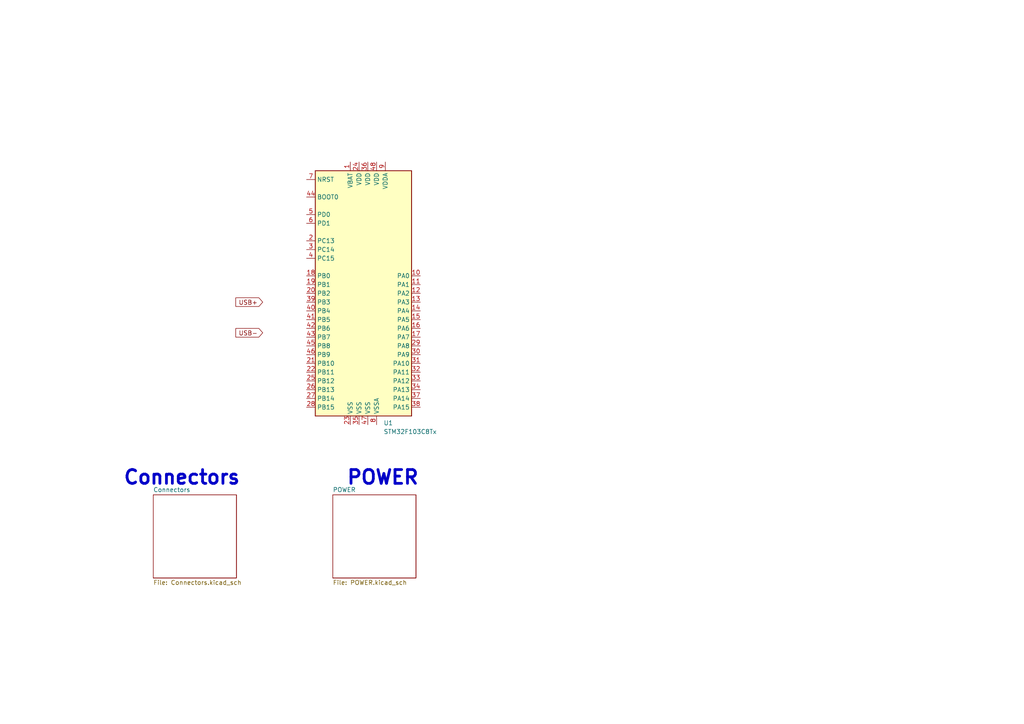
<source format=kicad_sch>
(kicad_sch (version 20211123) (generator eeschema)

  (uuid b1068b68-cef3-49a1-8831-f501964324ce)

  (paper "A4")

  (lib_symbols
    (symbol "MCU_ST_STM32F1:STM32F103C8Tx" (in_bom yes) (on_board yes)
      (property "Reference" "U" (id 0) (at -15.24 36.83 0)
        (effects (font (size 1.27 1.27)) (justify left))
      )
      (property "Value" "STM32F103C8Tx" (id 1) (at 7.62 36.83 0)
        (effects (font (size 1.27 1.27)) (justify left))
      )
      (property "Footprint" "Package_QFP:LQFP-48_7x7mm_P0.5mm" (id 2) (at -15.24 -35.56 0)
        (effects (font (size 1.27 1.27)) (justify right) hide)
      )
      (property "Datasheet" "http://www.st.com/st-web-ui/static/active/en/resource/technical/document/datasheet/CD00161566.pdf" (id 3) (at 0 0 0)
        (effects (font (size 1.27 1.27)) hide)
      )
      (property "ki_keywords" "ARM Cortex-M3 STM32F1 STM32F103" (id 4) (at 0 0 0)
        (effects (font (size 1.27 1.27)) hide)
      )
      (property "ki_description" "ARM Cortex-M3 MCU, 64KB flash, 20KB RAM, 72MHz, 2-3.6V, 37 GPIO, LQFP-48" (id 5) (at 0 0 0)
        (effects (font (size 1.27 1.27)) hide)
      )
      (property "ki_fp_filters" "LQFP*7x7mm*P0.5mm*" (id 6) (at 0 0 0)
        (effects (font (size 1.27 1.27)) hide)
      )
      (symbol "STM32F103C8Tx_0_1"
        (rectangle (start -15.24 -35.56) (end 12.7 35.56)
          (stroke (width 0.254) (type default) (color 0 0 0 0))
          (fill (type background))
        )
      )
      (symbol "STM32F103C8Tx_1_1"
        (pin power_in line (at -5.08 38.1 270) (length 2.54)
          (name "VBAT" (effects (font (size 1.27 1.27))))
          (number "1" (effects (font (size 1.27 1.27))))
        )
        (pin bidirectional line (at 15.24 5.08 180) (length 2.54)
          (name "PA0" (effects (font (size 1.27 1.27))))
          (number "10" (effects (font (size 1.27 1.27))))
        )
        (pin bidirectional line (at 15.24 2.54 180) (length 2.54)
          (name "PA1" (effects (font (size 1.27 1.27))))
          (number "11" (effects (font (size 1.27 1.27))))
        )
        (pin bidirectional line (at 15.24 0 180) (length 2.54)
          (name "PA2" (effects (font (size 1.27 1.27))))
          (number "12" (effects (font (size 1.27 1.27))))
        )
        (pin bidirectional line (at 15.24 -2.54 180) (length 2.54)
          (name "PA3" (effects (font (size 1.27 1.27))))
          (number "13" (effects (font (size 1.27 1.27))))
        )
        (pin bidirectional line (at 15.24 -5.08 180) (length 2.54)
          (name "PA4" (effects (font (size 1.27 1.27))))
          (number "14" (effects (font (size 1.27 1.27))))
        )
        (pin bidirectional line (at 15.24 -7.62 180) (length 2.54)
          (name "PA5" (effects (font (size 1.27 1.27))))
          (number "15" (effects (font (size 1.27 1.27))))
        )
        (pin bidirectional line (at 15.24 -10.16 180) (length 2.54)
          (name "PA6" (effects (font (size 1.27 1.27))))
          (number "16" (effects (font (size 1.27 1.27))))
        )
        (pin bidirectional line (at 15.24 -12.7 180) (length 2.54)
          (name "PA7" (effects (font (size 1.27 1.27))))
          (number "17" (effects (font (size 1.27 1.27))))
        )
        (pin bidirectional line (at -17.78 5.08 0) (length 2.54)
          (name "PB0" (effects (font (size 1.27 1.27))))
          (number "18" (effects (font (size 1.27 1.27))))
        )
        (pin bidirectional line (at -17.78 2.54 0) (length 2.54)
          (name "PB1" (effects (font (size 1.27 1.27))))
          (number "19" (effects (font (size 1.27 1.27))))
        )
        (pin bidirectional line (at -17.78 15.24 0) (length 2.54)
          (name "PC13" (effects (font (size 1.27 1.27))))
          (number "2" (effects (font (size 1.27 1.27))))
        )
        (pin bidirectional line (at -17.78 0 0) (length 2.54)
          (name "PB2" (effects (font (size 1.27 1.27))))
          (number "20" (effects (font (size 1.27 1.27))))
        )
        (pin bidirectional line (at -17.78 -20.32 0) (length 2.54)
          (name "PB10" (effects (font (size 1.27 1.27))))
          (number "21" (effects (font (size 1.27 1.27))))
        )
        (pin bidirectional line (at -17.78 -22.86 0) (length 2.54)
          (name "PB11" (effects (font (size 1.27 1.27))))
          (number "22" (effects (font (size 1.27 1.27))))
        )
        (pin power_in line (at -5.08 -38.1 90) (length 2.54)
          (name "VSS" (effects (font (size 1.27 1.27))))
          (number "23" (effects (font (size 1.27 1.27))))
        )
        (pin power_in line (at -2.54 38.1 270) (length 2.54)
          (name "VDD" (effects (font (size 1.27 1.27))))
          (number "24" (effects (font (size 1.27 1.27))))
        )
        (pin bidirectional line (at -17.78 -25.4 0) (length 2.54)
          (name "PB12" (effects (font (size 1.27 1.27))))
          (number "25" (effects (font (size 1.27 1.27))))
        )
        (pin bidirectional line (at -17.78 -27.94 0) (length 2.54)
          (name "PB13" (effects (font (size 1.27 1.27))))
          (number "26" (effects (font (size 1.27 1.27))))
        )
        (pin bidirectional line (at -17.78 -30.48 0) (length 2.54)
          (name "PB14" (effects (font (size 1.27 1.27))))
          (number "27" (effects (font (size 1.27 1.27))))
        )
        (pin bidirectional line (at -17.78 -33.02 0) (length 2.54)
          (name "PB15" (effects (font (size 1.27 1.27))))
          (number "28" (effects (font (size 1.27 1.27))))
        )
        (pin bidirectional line (at 15.24 -15.24 180) (length 2.54)
          (name "PA8" (effects (font (size 1.27 1.27))))
          (number "29" (effects (font (size 1.27 1.27))))
        )
        (pin bidirectional line (at -17.78 12.7 0) (length 2.54)
          (name "PC14" (effects (font (size 1.27 1.27))))
          (number "3" (effects (font (size 1.27 1.27))))
        )
        (pin bidirectional line (at 15.24 -17.78 180) (length 2.54)
          (name "PA9" (effects (font (size 1.27 1.27))))
          (number "30" (effects (font (size 1.27 1.27))))
        )
        (pin bidirectional line (at 15.24 -20.32 180) (length 2.54)
          (name "PA10" (effects (font (size 1.27 1.27))))
          (number "31" (effects (font (size 1.27 1.27))))
        )
        (pin bidirectional line (at 15.24 -22.86 180) (length 2.54)
          (name "PA11" (effects (font (size 1.27 1.27))))
          (number "32" (effects (font (size 1.27 1.27))))
        )
        (pin bidirectional line (at 15.24 -25.4 180) (length 2.54)
          (name "PA12" (effects (font (size 1.27 1.27))))
          (number "33" (effects (font (size 1.27 1.27))))
        )
        (pin bidirectional line (at 15.24 -27.94 180) (length 2.54)
          (name "PA13" (effects (font (size 1.27 1.27))))
          (number "34" (effects (font (size 1.27 1.27))))
        )
        (pin power_in line (at -2.54 -38.1 90) (length 2.54)
          (name "VSS" (effects (font (size 1.27 1.27))))
          (number "35" (effects (font (size 1.27 1.27))))
        )
        (pin power_in line (at 0 38.1 270) (length 2.54)
          (name "VDD" (effects (font (size 1.27 1.27))))
          (number "36" (effects (font (size 1.27 1.27))))
        )
        (pin bidirectional line (at 15.24 -30.48 180) (length 2.54)
          (name "PA14" (effects (font (size 1.27 1.27))))
          (number "37" (effects (font (size 1.27 1.27))))
        )
        (pin bidirectional line (at 15.24 -33.02 180) (length 2.54)
          (name "PA15" (effects (font (size 1.27 1.27))))
          (number "38" (effects (font (size 1.27 1.27))))
        )
        (pin bidirectional line (at -17.78 -2.54 0) (length 2.54)
          (name "PB3" (effects (font (size 1.27 1.27))))
          (number "39" (effects (font (size 1.27 1.27))))
        )
        (pin bidirectional line (at -17.78 10.16 0) (length 2.54)
          (name "PC15" (effects (font (size 1.27 1.27))))
          (number "4" (effects (font (size 1.27 1.27))))
        )
        (pin bidirectional line (at -17.78 -5.08 0) (length 2.54)
          (name "PB4" (effects (font (size 1.27 1.27))))
          (number "40" (effects (font (size 1.27 1.27))))
        )
        (pin bidirectional line (at -17.78 -7.62 0) (length 2.54)
          (name "PB5" (effects (font (size 1.27 1.27))))
          (number "41" (effects (font (size 1.27 1.27))))
        )
        (pin bidirectional line (at -17.78 -10.16 0) (length 2.54)
          (name "PB6" (effects (font (size 1.27 1.27))))
          (number "42" (effects (font (size 1.27 1.27))))
        )
        (pin bidirectional line (at -17.78 -12.7 0) (length 2.54)
          (name "PB7" (effects (font (size 1.27 1.27))))
          (number "43" (effects (font (size 1.27 1.27))))
        )
        (pin input line (at -17.78 27.94 0) (length 2.54)
          (name "BOOT0" (effects (font (size 1.27 1.27))))
          (number "44" (effects (font (size 1.27 1.27))))
        )
        (pin bidirectional line (at -17.78 -15.24 0) (length 2.54)
          (name "PB8" (effects (font (size 1.27 1.27))))
          (number "45" (effects (font (size 1.27 1.27))))
        )
        (pin bidirectional line (at -17.78 -17.78 0) (length 2.54)
          (name "PB9" (effects (font (size 1.27 1.27))))
          (number "46" (effects (font (size 1.27 1.27))))
        )
        (pin power_in line (at 0 -38.1 90) (length 2.54)
          (name "VSS" (effects (font (size 1.27 1.27))))
          (number "47" (effects (font (size 1.27 1.27))))
        )
        (pin power_in line (at 2.54 38.1 270) (length 2.54)
          (name "VDD" (effects (font (size 1.27 1.27))))
          (number "48" (effects (font (size 1.27 1.27))))
        )
        (pin input line (at -17.78 22.86 0) (length 2.54)
          (name "PD0" (effects (font (size 1.27 1.27))))
          (number "5" (effects (font (size 1.27 1.27))))
        )
        (pin input line (at -17.78 20.32 0) (length 2.54)
          (name "PD1" (effects (font (size 1.27 1.27))))
          (number "6" (effects (font (size 1.27 1.27))))
        )
        (pin input line (at -17.78 33.02 0) (length 2.54)
          (name "NRST" (effects (font (size 1.27 1.27))))
          (number "7" (effects (font (size 1.27 1.27))))
        )
        (pin power_in line (at 2.54 -38.1 90) (length 2.54)
          (name "VSSA" (effects (font (size 1.27 1.27))))
          (number "8" (effects (font (size 1.27 1.27))))
        )
        (pin power_in line (at 5.08 38.1 270) (length 2.54)
          (name "VDDA" (effects (font (size 1.27 1.27))))
          (number "9" (effects (font (size 1.27 1.27))))
        )
      )
    )
  )


  (text "Connectors\n" (at 35.56 140.97 0)
    (effects (font (size 4 4) (thickness 0.8) bold) (justify left bottom))
    (uuid c07c6f66-ab22-4bbd-8e01-7beeb94d4582)
  )
  (text "POWER\n" (at 100.33 140.97 0)
    (effects (font (size 4 4) (thickness 0.8) bold) (justify left bottom))
    (uuid d0ed6032-2191-47bc-ae60-506f368e09f6)
  )

  (global_label "USB-" (shape input) (at 76.2 96.52 180) (fields_autoplaced)
    (effects (font (size 1.27 1.27)) (justify right))
    (uuid 710e4b83-9e15-4079-99dd-e9dfaa30674c)
    (property "Intersheet References" "${INTERSHEET_REFS}" (id 0) (at 68.4045 96.5994 0)
      (effects (font (size 1.27 1.27)) (justify right) hide)
    )
  )
  (global_label "USB+" (shape input) (at 76.2 87.63 180) (fields_autoplaced)
    (effects (font (size 1.27 1.27)) (justify right))
    (uuid 7e737f15-ea47-4348-b7bb-107443c4e591)
    (property "Intersheet References" "${INTERSHEET_REFS}" (id 0) (at 68.4045 87.5506 0)
      (effects (font (size 1.27 1.27)) (justify right) hide)
    )
  )

  (symbol (lib_id "MCU_ST_STM32F1:STM32F103C8Tx") (at 106.68 85.09 0) (unit 1)
    (in_bom yes) (on_board yes) (fields_autoplaced)
    (uuid f48efeb8-d579-41e3-a858-bf227dc98d48)
    (property "Reference" "U1" (id 0) (at 111.2394 122.6804 0)
      (effects (font (size 1.27 1.27)) (justify left))
    )
    (property "Value" "STM32F103C8Tx" (id 1) (at 111.2394 125.2173 0)
      (effects (font (size 1.27 1.27)) (justify left))
    )
    (property "Footprint" "Package_QFP:LQFP-48_7x7mm_P0.5mm" (id 2) (at 91.44 120.65 0)
      (effects (font (size 1.27 1.27)) (justify right) hide)
    )
    (property "Datasheet" "http://www.st.com/st-web-ui/static/active/en/resource/technical/document/datasheet/CD00161566.pdf" (id 3) (at 106.68 85.09 0)
      (effects (font (size 1.27 1.27)) hide)
    )
    (pin "1" (uuid 8e9cc78e-3bbc-4907-9f5c-4c5368ac8f9d))
    (pin "10" (uuid 6445ab0e-5ee7-4e5c-ab23-2a1569ddd484))
    (pin "11" (uuid a916220f-37a8-4d4d-a3b4-be08648dc01e))
    (pin "12" (uuid abe0b954-2a6a-4648-a420-5ed506b02eb3))
    (pin "13" (uuid cd1c90c4-f3ba-4f90-8aef-49f116d21eb3))
    (pin "14" (uuid fbc121f6-7970-4058-aec9-4f8276de3add))
    (pin "15" (uuid d4ef8eea-913c-4ade-9b58-93acc22ca0e4))
    (pin "16" (uuid fff3803c-10df-4c40-9392-c4c82939d41c))
    (pin "17" (uuid 2e19b71a-4f09-4c62-ad9a-c76c3b73a66f))
    (pin "18" (uuid 7960da7b-39c4-427a-b3a0-406352396f4f))
    (pin "19" (uuid a39a2886-1781-41be-828e-6cf5450938d9))
    (pin "2" (uuid 2c2daf67-5718-4085-9f96-23d545ad170e))
    (pin "20" (uuid 80c6816e-42ca-4688-a9db-8f84df312525))
    (pin "21" (uuid 1993140f-d383-4db4-8f2c-4e101e733439))
    (pin "22" (uuid f7f6225a-08d0-44f1-a48e-478d9762a6c2))
    (pin "23" (uuid 8d262511-5b4f-4be3-bc25-d12095ab5599))
    (pin "24" (uuid f215be52-ea18-4829-8b8b-61a5e3137e19))
    (pin "25" (uuid 5d09fda5-8173-497b-9766-8d352bbb8b02))
    (pin "26" (uuid 5ea3f26a-9898-4bec-b1dd-0595f71e15e2))
    (pin "27" (uuid 054f450c-c29c-4af9-9877-2064d5583e76))
    (pin "28" (uuid 64f87688-8b54-4577-86a9-cc128eea6167))
    (pin "29" (uuid c59d0207-7fb0-46ca-aa68-38a0f2c50af3))
    (pin "3" (uuid 7d955f60-6111-4234-9f76-fa24d52407f9))
    (pin "30" (uuid ea055aa7-3859-41f0-967e-8d962c74339b))
    (pin "31" (uuid dd27b960-d015-4cc7-bbff-35fd7828fe69))
    (pin "32" (uuid 19bb81f3-d0c9-4c66-ad2a-5595327a49bb))
    (pin "33" (uuid 7b4961e2-46a2-4b51-adb4-076e6b34b098))
    (pin "34" (uuid 97ec931c-be5e-4821-aa6c-1e926e08cd8a))
    (pin "35" (uuid 1775d1bf-b4f1-4588-9a2f-557bc131dca5))
    (pin "36" (uuid de2319f8-7317-41b3-b1fd-c8d916032fa0))
    (pin "37" (uuid 4e841ed8-a31c-46a7-adcf-8fc5433bee4c))
    (pin "38" (uuid 408fa8fe-a487-4dce-9131-592028a47457))
    (pin "39" (uuid 2116a5cd-354d-4db2-bbb8-5db2f296f31f))
    (pin "4" (uuid 1f9aa2bf-fad5-44d5-a191-70bf65347186))
    (pin "40" (uuid c36cded7-18bf-41f6-8fe0-6e8883e3bf19))
    (pin "41" (uuid 1d1f5af8-9176-4cee-9278-329880a418a6))
    (pin "42" (uuid b50888c4-79d5-4af1-a40b-359a79ca6434))
    (pin "43" (uuid a80c269b-f8cb-4d70-99a2-138560a92f69))
    (pin "44" (uuid 766bb72a-288f-4a07-b25a-de319c92ee7d))
    (pin "45" (uuid a2b03999-b917-4c09-9700-bf9491f4c416))
    (pin "46" (uuid 1c74aad1-5288-47da-ae98-c644dce3b064))
    (pin "47" (uuid 716a8666-02da-4f6c-ba9c-1ae685e4bedc))
    (pin "48" (uuid 767122d7-740a-4a0e-ac87-0fce36847a87))
    (pin "5" (uuid 36916241-ba77-4820-8f09-722d8a39d8ff))
    (pin "6" (uuid 643877c5-fe68-4bc1-be9b-41d46fcece76))
    (pin "7" (uuid ef6f3ed2-7d98-4168-8dfb-3ebb13e98a7e))
    (pin "8" (uuid 9d12f7b3-298c-483c-a0a0-db9783d7a255))
    (pin "9" (uuid 1c0b4e00-cf2b-4d21-905f-15d8c6a96ae9))
  )

  (sheet (at 44.45 143.51) (size 24.13 24.13) (fields_autoplaced)
    (stroke (width 0.1524) (type solid) (color 0 0 0 0))
    (fill (color 0 0 0 0.0000))
    (uuid 64d18fa2-7941-4866-8c1f-29c077bec16a)
    (property "Sheet name" "Connectors" (id 0) (at 44.45 142.7984 0)
      (effects (font (size 1.27 1.27)) (justify left bottom))
    )
    (property "Sheet file" "Connectors.kicad_sch" (id 1) (at 44.45 168.2246 0)
      (effects (font (size 1.27 1.27)) (justify left top))
    )
  )

  (sheet (at 96.52 143.51) (size 24.13 24.13) (fields_autoplaced)
    (stroke (width 0.1524) (type solid) (color 0 0 0 0))
    (fill (color 0 0 0 0.0000))
    (uuid 9d8a098e-55ac-4559-bb36-a5cce70eb1a0)
    (property "Sheet name" "POWER" (id 0) (at 96.52 142.7984 0)
      (effects (font (size 1.27 1.27)) (justify left bottom))
    )
    (property "Sheet file" "POWER.kicad_sch" (id 1) (at 96.52 168.2246 0)
      (effects (font (size 1.27 1.27)) (justify left top))
    )
  )

  (sheet_instances
    (path "/" (page "1"))
    (path "/64d18fa2-7941-4866-8c1f-29c077bec16a" (page "2"))
    (path "/9d8a098e-55ac-4559-bb36-a5cce70eb1a0" (page "3"))
  )

  (symbol_instances
    (path "/64d18fa2-7941-4866-8c1f-29c077bec16a/93696d09-6602-40f5-b39b-1087e979ff10"
      (reference "#PWR01") (unit 1) (value "GND") (footprint "")
    )
    (path "/64d18fa2-7941-4866-8c1f-29c077bec16a/8ee61d0c-7151-47cb-9687-704e45d7bafc"
      (reference "#PWR02") (unit 1) (value "+5V") (footprint "")
    )
    (path "/64d18fa2-7941-4866-8c1f-29c077bec16a/15d62cba-1c9c-4130-85ae-45ab88c2db85"
      (reference "#PWR03") (unit 1) (value "+5V") (footprint "")
    )
    (path "/64d18fa2-7941-4866-8c1f-29c077bec16a/376d7158-2d3f-4d84-a569-067e8bf210df"
      (reference "#PWR04") (unit 1) (value "GND") (footprint "")
    )
    (path "/9d8a098e-55ac-4559-bb36-a5cce70eb1a0/a36e1875-ac58-4a47-b8be-9d21a2680e09"
      (reference "#PWR05") (unit 1) (value "+5V") (footprint "")
    )
    (path "/9d8a098e-55ac-4559-bb36-a5cce70eb1a0/ab45534b-b5d9-431d-9156-6c97c198594d"
      (reference "#PWR06") (unit 1) (value "GND") (footprint "")
    )
    (path "/9d8a098e-55ac-4559-bb36-a5cce70eb1a0/951b2b75-08a6-49a4-9765-155650382c3d"
      (reference "#PWR07") (unit 1) (value "+3.3V") (footprint "")
    )
    (path "/9d8a098e-55ac-4559-bb36-a5cce70eb1a0/b8c79952-0449-4a8c-aa4c-5ee7ff5cdd61"
      (reference "C1") (unit 1) (value "10u") (footprint "")
    )
    (path "/9d8a098e-55ac-4559-bb36-a5cce70eb1a0/2bbee2c7-9586-45b9-8348-7c6c6020fc66"
      (reference "C2") (unit 1) (value "10u") (footprint "")
    )
    (path "/9d8a098e-55ac-4559-bb36-a5cce70eb1a0/432a9c48-4be7-4947-a94c-11f212295292"
      (reference "F1") (unit 1) (value "Fuse") (footprint "")
    )
    (path "/9d8a098e-55ac-4559-bb36-a5cce70eb1a0/b4abe4ef-a90e-4a5d-a62d-a56b5c1707fd"
      (reference "FB1") (unit 1) (value "100@100MHz") (footprint "")
    )
    (path "/64d18fa2-7941-4866-8c1f-29c077bec16a/fde43a77-b087-40c9-863f-9197b7567505"
      (reference "J1") (unit 1) (value "USB_B_Micro") (footprint "")
    )
    (path "/f48efeb8-d579-41e3-a858-bf227dc98d48"
      (reference "U1") (unit 1) (value "STM32F103C8Tx") (footprint "Package_QFP:LQFP-48_7x7mm_P0.5mm")
    )
    (path "/64d18fa2-7941-4866-8c1f-29c077bec16a/33ea7f72-8d3e-4e3a-919a-48e6a425a45c"
      (reference "U2") (unit 1) (value "USBLC6-2SC6") (footprint "Package_TO_SOT_SMD:SOT-23-6")
    )
    (path "/9d8a098e-55ac-4559-bb36-a5cce70eb1a0/01ad2c3b-c485-4edd-a4ae-d49717e613df"
      (reference "U3") (unit 1) (value "XC6206PxxxMR") (footprint "Package_TO_SOT_SMD:SOT-23")
    )
  )
)

</source>
